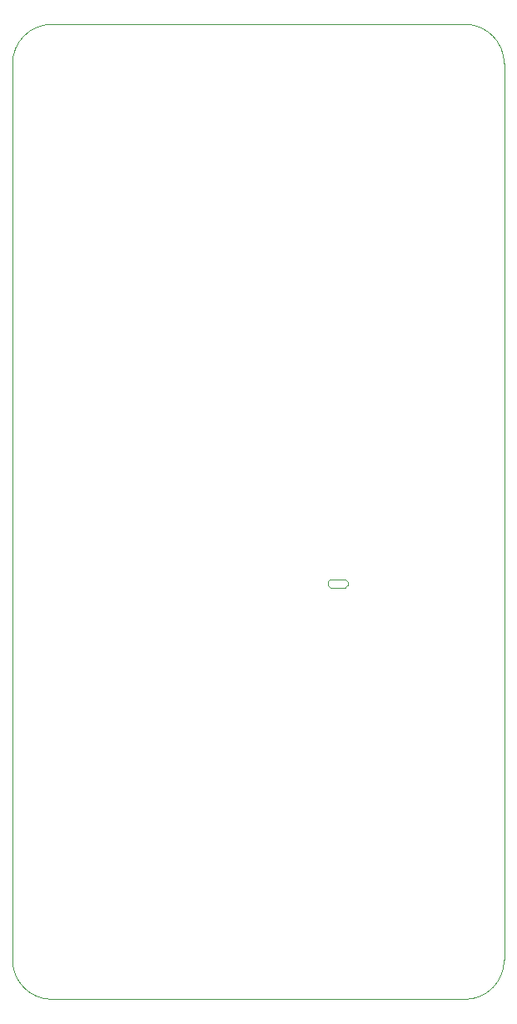
<source format=gm1>
G04 #@! TF.GenerationSoftware,KiCad,Pcbnew,(5.1.2)-1*
G04 #@! TF.CreationDate,2019-06-29T11:53:21-07:00*
G04 #@! TF.ProjectId,joy,6a6f792e-6b69-4636-9164-5f7063625858,rev?*
G04 #@! TF.SameCoordinates,Original*
G04 #@! TF.FileFunction,Profile,NP*
%FSLAX46Y46*%
G04 Gerber Fmt 4.6, Leading zero omitted, Abs format (unit mm)*
G04 Created by KiCad (PCBNEW (5.1.2)-1) date 2019-06-29 11:53:21*
%MOMM*%
%LPD*%
G04 APERTURE LIST*
%ADD10C,0.050000*%
G04 APERTURE END LIST*
D10*
X33900000Y-56400000D02*
G75*
G02X34100000Y-56600000I0J-200000D01*
G01*
X34100000Y-57000000D02*
G75*
G02X33900000Y-57200000I-200000J0D01*
G01*
X32300000Y-57200000D02*
G75*
G02X32100000Y-57000000I0J200000D01*
G01*
X32100000Y-56600000D02*
G75*
G02X32300000Y-56400000I200000J0D01*
G01*
X33900000Y-56400000D02*
X32300000Y-56400000D01*
X34100000Y-57000000D02*
X34100000Y-56600000D01*
X32300000Y-57200000D02*
X33900000Y-57200000D01*
X32100000Y-56600000D02*
X32100000Y-57000000D01*
X0Y-4000000D02*
G75*
G02X4000000Y0I4000000J0D01*
G01*
X4000000Y-99000000D02*
G75*
G02X0Y-95000000I0J4000000D01*
G01*
X50000000Y-95000000D02*
G75*
G02X46000000Y-99000000I-4000000J0D01*
G01*
X46000000Y0D02*
G75*
G02X50000000Y-4000000I0J-4000000D01*
G01*
X46000000Y-99000000D02*
X4000000Y-99000000D01*
X50000000Y-4000000D02*
X50000000Y-95000000D01*
X4000000Y0D02*
X46000000Y0D01*
X0Y-95000000D02*
X0Y-4000000D01*
M02*

</source>
